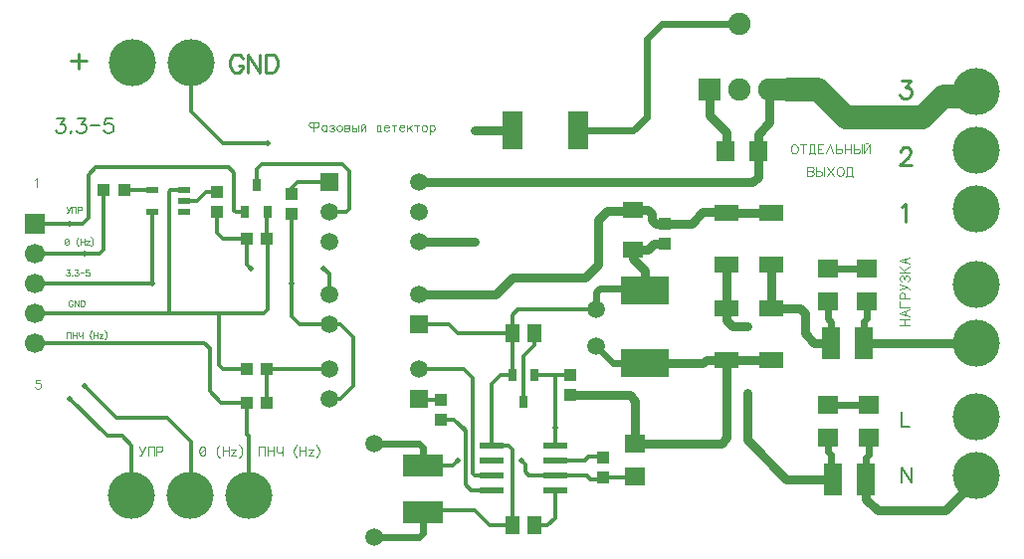
<source format=gbr>
G04 DipTrace 2.4.0.2*
%INTop.gbr*%
%MOIN*%
%ADD12C,0.003*%
%ADD14C,0.0315*%
%ADD15C,0.0236*%
%ADD16C,0.0787*%
%ADD17C,0.0748*%
%ADD18C,0.0118*%
%ADD19R,0.1614X0.0925*%
%ADD20R,0.0512X0.0591*%
%ADD21R,0.1339X0.0748*%
%ADD22R,0.0748X0.0748*%
%ADD23C,0.0748*%
%ADD24R,0.0827X0.0551*%
%ADD25R,0.0709X0.0551*%
%ADD26C,0.1575*%
%ADD27R,0.0669X0.0669*%
%ADD28C,0.0669*%
%ADD29C,0.0591*%
%ADD31R,0.0256X0.0413*%
%ADD32R,0.063X0.1063*%
%ADD33R,0.0394X0.0433*%
%ADD34R,0.0433X0.0394*%
%ADD35R,0.063X0.0709*%
%ADD36R,0.0709X0.126*%
%ADD37R,0.0709X0.063*%
%ADD38R,0.0787X0.0236*%
%ADD39R,0.0433X0.0236*%
%ADD40R,0.0591X0.0591*%
%ADD41C,0.0591*%
%ADD42C,0.0197*%
%ADD87C,0.0093*%
%ADD88C,0.0077*%
%ADD89C,0.0046*%
%FSLAX44Y44*%
G04*
G70*
G90*
G75*
G01*
%LNTop*%
%LPD*%
X23687Y10000D2*
D14*
Y8545D1*
X27250Y2812D2*
X25688D1*
X24375Y4125D1*
Y5687D1*
Y7938D2*
X23875D1*
X23687Y8125D1*
Y8545D1*
X27065Y4187D2*
D15*
Y3749D1*
X27190Y3624D1*
Y2873D1*
X27250Y2812D1*
X25188Y8545D2*
D14*
Y10000D1*
Y8545D2*
X26143D1*
X26312Y8375D1*
Y7688D1*
X26625Y7375D1*
X27188D1*
X27065Y8750D2*
D15*
Y8187D1*
X27188Y8064D1*
Y7375D1*
X20562Y11839D2*
D14*
X21036D1*
X21188Y11688D1*
Y11500D1*
X21313Y11375D1*
X21625D1*
X22500D1*
X22875Y11750D1*
X23670D1*
X23687Y11732D1*
X25188D1*
X13375Y9000D2*
X15938D1*
X16500Y9563D1*
X18938D1*
X19375Y10000D1*
Y11500D1*
X19687Y11813D1*
X20536D1*
X20562Y11839D1*
X28352Y2812D2*
Y2148D1*
X28750Y1750D1*
X31000D1*
X32062Y2812D1*
Y2937D1*
X18706Y14500D2*
D15*
X20564D1*
X21001Y14938D1*
Y17563D1*
X21502Y18063D1*
X24127D1*
X28352Y2812D2*
Y3537D1*
X28440Y3624D1*
Y4187D1*
X28290Y7375D2*
D14*
X32062D1*
X28290D2*
D15*
Y8100D1*
X28377Y8187D1*
Y8750D1*
X6625Y11750D2*
D18*
Y11063D1*
X6813Y10875D1*
X7625D1*
X10375Y9000D2*
Y9687D1*
X10188Y9875D1*
X7750D2*
X7625Y10000D1*
Y10875D1*
X8294D2*
Y11734D1*
X8311Y11750D1*
X500Y8375D2*
X5000D1*
X6687D1*
Y6625D1*
X6813Y6500D1*
X7625D1*
X6687Y8375D2*
X8187D1*
X8312Y8500D1*
Y10857D1*
X8294Y10875D1*
X5500Y12498D2*
X5061D1*
X5000Y12437D1*
Y8375D1*
X5750Y16750D2*
Y15125D1*
X6813Y14062D1*
X8312D1*
Y11752D2*
X8311Y11750D1*
X500Y10375D2*
X2189D1*
X2687D1*
X2812Y10500D1*
Y12482D1*
X2831Y12500D1*
X2189Y5936D2*
X3250Y4875D1*
X4938D1*
X5750Y4063D1*
Y2281D1*
X5719Y2250D1*
X3500Y12500D2*
X4435D1*
X4437Y12498D1*
X5500Y12124D2*
X5937D1*
X6250Y12438D1*
X6607D1*
X6625Y12419D1*
X500Y9375D2*
X4437D1*
Y11750D1*
X9125Y11706D2*
Y9375D1*
Y8250D1*
X9375Y8000D1*
X10375D1*
Y5500D2*
X10750D1*
X11187Y5937D1*
Y7563D1*
X10750Y8000D1*
X10375D1*
X25125Y15875D2*
D14*
Y14750D1*
X24750Y14375D1*
Y13812D1*
X13375Y12750D2*
X24562D1*
X24750Y12938D1*
Y13812D1*
X25125Y15875D2*
D17*
X25750D1*
D16*
X26750D1*
X27688Y14938D1*
X30250D1*
X30938Y15625D1*
X31875D1*
X32063Y15812D1*
X23125Y15875D2*
D14*
Y15000D1*
X23687Y14438D1*
Y13773D1*
X23648Y13812D1*
X13375Y10750D2*
X15250D1*
Y14500D2*
X16501D1*
X9125Y12375D2*
D18*
Y12562D1*
X9313Y12750D1*
X10375D1*
X7937Y12656D2*
Y13187D1*
X8125Y13375D1*
X10812D1*
X11062Y13125D1*
Y11875D1*
X10938Y11750D1*
X10375D1*
X500Y11375D2*
X1696D1*
X2125D1*
X2313Y11562D1*
Y13000D1*
X2562Y13250D1*
X7000D1*
X7188Y13063D1*
Y11812D1*
X7250Y11750D1*
X7563D1*
X1696Y5491D2*
X2937Y4250D1*
X3438D1*
X3750Y3938D1*
Y2250D1*
X14125Y4813D2*
X14563D1*
X14938Y4438D1*
Y2625D1*
X15125Y2437D1*
X15812D1*
X17250Y6312D2*
X17938D1*
X18420D1*
X18438Y6294D1*
X17938Y3937D2*
Y4525D1*
Y6312D1*
X14875Y4500D2*
X14938Y4438D1*
X17250Y1250D2*
X17688D1*
X17938Y1500D1*
Y2437D1*
Y2937D2*
X19000D1*
X19125Y2812D1*
X19500D1*
X19563Y2875D1*
X20603D1*
X20625Y2898D1*
X13500Y3250D2*
X14500D1*
X14688Y3437D1*
X15812D2*
D3*
X16812D2*
X16937Y3312D1*
Y3063D1*
X17063Y2937D1*
X17938D1*
X11875Y4000D2*
D15*
X13375D1*
X13500Y3875D1*
Y3250D1*
X17938Y3437D2*
D18*
X18937D1*
X19063Y3562D1*
X19545D1*
X19563Y3544D1*
X14125Y5482D2*
X13393D1*
X13375Y5500D1*
X8294Y5375D2*
Y6500D1*
X10375D1*
X500Y7375D2*
X6188D1*
X6375Y7188D1*
Y5750D1*
X6750Y5375D1*
X7625D1*
Y4312D1*
X7687Y4250D1*
Y2250D1*
X16876Y5407D2*
Y6939D1*
X17251Y7314D1*
Y7687D1*
X28440Y5289D2*
D15*
X27065D1*
X28377Y9852D2*
X27065D1*
X16502Y1250D2*
D18*
X15750D1*
X15250Y1750D1*
X13375D1*
X13500Y1625D1*
Y1715D1*
X15812Y3937D2*
X16375D1*
X16500Y3812D1*
Y1252D1*
X16502Y1250D1*
Y6312D2*
X16125D1*
X15812Y6000D1*
Y3937D1*
X16502Y6312D2*
Y7686D1*
X16503Y7687D1*
Y8314D1*
X16689Y8500D1*
X19314D1*
Y9125D1*
X19376Y9187D1*
X20898D1*
X20937Y9148D1*
X13375Y8000D2*
X14375D1*
X14688Y7687D1*
X16503D1*
X20562Y10500D2*
D14*
Y10188D1*
X20937Y9813D1*
Y9148D1*
X20562Y10500D2*
X21062D1*
X21250Y10688D1*
X21607D1*
X21625Y10706D1*
X11875Y875D2*
D15*
X13375D1*
X13500Y1000D1*
Y1715D1*
X20937Y9148D2*
X20876D1*
Y9187D1*
X19439D1*
X19314Y9062D1*
Y8500D1*
X13375Y6500D2*
D18*
X14875D1*
X15188Y6187D1*
Y3000D1*
X15250Y2937D1*
X15812D1*
X18438Y5625D2*
D14*
X20438D1*
X20625Y5437D1*
Y4000D1*
X23500D1*
X23687Y4188D1*
Y6812D1*
X25188D1*
X20937Y6687D2*
X22875D1*
X23000Y6812D1*
X23687D1*
X20937Y6687D2*
D15*
X19876D1*
X19314Y7250D1*
D42*
X24375Y5687D3*
Y7938D3*
X10188Y9875D3*
X7750D3*
X8312Y14062D3*
Y11752D3*
X2189Y5936D3*
Y10375D3*
X9125Y9375D3*
X4437D3*
D3*
X15250Y10750D3*
Y14500D3*
X1696Y5491D3*
Y11375D3*
X14875Y4500D3*
X17938Y4525D3*
X14688Y3437D3*
X15812D3*
D3*
X16812D3*
D19*
X20937Y6687D3*
Y9148D3*
D20*
X17250Y1250D3*
X16502D3*
D21*
X13500Y3250D3*
Y1715D3*
D20*
X17251Y7687D3*
X16503D3*
D22*
X23125Y15875D3*
D23*
X24125D3*
X25125D3*
D24*
X23687Y6812D3*
Y8545D3*
X25188Y6812D3*
Y8545D3*
X23687Y10000D3*
Y11732D3*
X25188Y10000D3*
Y11732D3*
D25*
X20562Y10500D3*
Y11839D3*
D26*
X32062Y2937D3*
Y4906D3*
X32063Y11875D3*
Y13844D3*
Y15812D3*
X32062Y7375D3*
Y9344D3*
X3750Y2250D3*
X5719D3*
X7687D3*
D27*
X500Y11375D3*
D28*
Y10375D3*
Y9375D3*
Y8375D3*
Y7375D3*
D26*
X5750Y16750D3*
X3781D3*
D17*
X24127Y18063D3*
D29*
X11875Y4000D3*
Y875D3*
X19314Y8500D3*
Y7250D3*
D31*
X7563Y11750D3*
X8311D3*
X7937Y12656D3*
D32*
X27188Y7375D3*
X28290D3*
X27250Y2812D3*
X28352D3*
D33*
X21625Y11375D3*
Y10706D3*
D34*
X7625Y10875D3*
X8294D3*
D33*
X6625Y11750D3*
Y12419D3*
D34*
X3500Y12500D3*
X2831D3*
D35*
X24750Y13812D3*
X23648D3*
D36*
X16501Y14500D3*
X18706D3*
D33*
X9125Y12375D3*
Y11706D3*
X18438Y5625D3*
Y6294D3*
X19563Y2875D3*
Y3544D3*
D37*
X20625Y4000D3*
Y2898D3*
D33*
X14125Y4813D3*
Y5482D3*
D34*
X7625Y6500D3*
X8294D3*
X7625Y5375D3*
X8294D3*
D37*
X28440Y4187D3*
Y5289D3*
X27065Y4187D3*
Y5289D3*
X28377Y8750D3*
Y9852D3*
X27065Y8750D3*
Y9852D3*
D38*
X15812Y3937D3*
Y3437D3*
Y2937D3*
Y2437D3*
X17938D3*
Y2937D3*
Y3437D3*
Y3937D3*
D39*
X5500Y11750D3*
Y12124D3*
Y12498D3*
X4437D3*
Y11750D3*
D31*
X17250Y6312D3*
X16502D3*
X16876Y5407D3*
D40*
X10375Y12750D3*
D41*
Y11750D3*
Y10750D3*
X13375D3*
Y11750D3*
Y12750D3*
D40*
Y8000D3*
D29*
Y9000D3*
X10375D3*
Y8000D3*
D40*
X13375Y5500D3*
D29*
Y6500D3*
X10375D3*
Y5500D3*
X7477Y16903D2*
D87*
X7448Y16960D1*
X7391Y17018D1*
X7333Y17046D1*
X7219D1*
X7161Y17018D1*
X7104Y16960D1*
X7075Y16903D1*
X7046Y16817D1*
Y16673D1*
X7075Y16588D1*
X7104Y16530D1*
X7161Y16473D1*
X7219Y16444D1*
X7333D1*
X7391Y16473D1*
X7448Y16530D1*
X7477Y16588D1*
Y16673D1*
X7333D1*
X8064Y17046D2*
Y16444D1*
X7662Y17046D1*
Y16444D1*
X8249Y17046D2*
Y16444D1*
X8450D1*
X8536Y16473D1*
X8594Y16530D1*
X8623Y16588D1*
X8651Y16673D1*
Y16817D1*
X8623Y16903D1*
X8594Y16960D1*
X8536Y17018D1*
X8450Y17046D1*
X8249D1*
X1977Y17080D2*
Y16564D1*
X1719Y16822D2*
X2236D1*
X1259Y14907D2*
D88*
X1522D1*
X1379Y14716D1*
X1451D1*
X1498Y14692D1*
X1522Y14668D1*
X1546Y14596D1*
Y14549D1*
X1522Y14477D1*
X1474Y14429D1*
X1403Y14405D1*
X1331D1*
X1259Y14429D1*
X1236Y14453D1*
X1211Y14501D1*
X1724Y14453D2*
X1701Y14429D1*
X1724Y14405D1*
X1749Y14429D1*
X1724Y14453D1*
X1951Y14907D2*
X2214D1*
X2071Y14716D1*
X2143D1*
X2190Y14692D1*
X2214Y14668D1*
X2238Y14596D1*
Y14549D1*
X2214Y14477D1*
X2166Y14429D1*
X2094Y14405D1*
X2023D1*
X1951Y14429D1*
X1928Y14453D1*
X1903Y14501D1*
X2393Y14656D2*
X2669D1*
X3110Y14907D2*
X2871D1*
X2848Y14692D1*
X2871Y14716D1*
X2943Y14740D1*
X3015D1*
X3086Y14716D1*
X3134Y14668D1*
X3158Y14596D1*
Y14549D1*
X3134Y14477D1*
X3086Y14429D1*
X3015Y14405D1*
X2943D1*
X2871Y14429D1*
X2848Y14453D1*
X2823Y14501D1*
X8023Y3898D2*
D89*
Y3597D1*
X8224Y3898D2*
Y3597D1*
X8023Y3898D2*
X8224D1*
X8317D2*
Y3597D1*
X8518Y3898D2*
Y3597D1*
X8317Y3755D2*
X8518D1*
X8610Y3769D2*
X8629Y3726D1*
X8647Y3711D1*
X8684Y3697D1*
X8739D1*
X8775Y3711D1*
X8793Y3726D1*
X8811Y3769D1*
Y3898D2*
Y3597D1*
X8610Y3898D2*
Y3769D1*
X9296Y3977D2*
X9267Y3948D1*
X9239Y3905D1*
X9210Y3848D1*
X9196Y3776D1*
Y3719D1*
X9210Y3647D1*
X9239Y3590D1*
X9267Y3546D1*
X9296Y3518D1*
X9389Y3898D2*
Y3597D1*
X9590Y3898D2*
Y3597D1*
X9389Y3755D2*
X9590D1*
X9682Y3798D2*
X9840D1*
X9682Y3597D1*
X9840D1*
X9933Y3977D2*
X9962Y3948D1*
X9990Y3905D1*
X10019Y3848D1*
X10033Y3776D1*
Y3719D1*
X10019Y3647D1*
X9990Y3590D1*
X9962Y3546D1*
X9933Y3518D1*
X6109Y3898D2*
X6066Y3884D1*
X6037Y3841D1*
X6023Y3769D1*
Y3726D1*
X6037Y3654D1*
X6066Y3611D1*
X6109Y3597D1*
X6138D1*
X6181Y3611D1*
X6210Y3654D1*
X6224Y3726D1*
Y3769D1*
X6210Y3841D1*
X6181Y3884D1*
X6138Y3898D1*
X6109D1*
X6210Y3841D2*
X6037Y3654D1*
X6709Y3977D2*
X6680Y3948D1*
X6651Y3905D1*
X6623Y3848D1*
X6608Y3776D1*
Y3719D1*
X6623Y3647D1*
X6651Y3590D1*
X6680Y3546D1*
X6709Y3518D1*
X6801Y3898D2*
Y3597D1*
X7002Y3898D2*
Y3597D1*
X6801Y3755D2*
X7002D1*
X7095Y3798D2*
X7253D1*
X7095Y3597D1*
X7253D1*
X7346Y3977D2*
X7374Y3948D1*
X7403Y3905D1*
X7432Y3848D1*
X7446Y3776D1*
Y3719D1*
X7432Y3647D1*
X7403Y3590D1*
X7374Y3546D1*
X7346Y3518D1*
X4023Y3899D2*
X4107Y3667D1*
X4124Y3698D2*
X4095Y3641D1*
X4066Y3612D1*
X4038Y3597D1*
X4023D1*
X4210Y3899D2*
X4124Y3698D1*
X4302Y3898D2*
Y3597D1*
X4503Y3898D2*
Y3597D1*
X4302Y3898D2*
X4503D1*
X4596Y3740D2*
X4725D1*
X4768Y3755D1*
X4783Y3769D1*
X4797Y3798D1*
Y3841D1*
X4783Y3869D1*
X4768Y3884D1*
X4725Y3898D1*
X4596D1*
Y3597D1*
X523Y12841D2*
X552Y12855D1*
X595Y12898D1*
Y12597D1*
X695Y6148D2*
X552D1*
X538Y6019D1*
X552Y6033D1*
X595Y6048D1*
X638D1*
X681Y6033D1*
X710Y6005D1*
X724Y5962D1*
Y5933D1*
X710Y5890D1*
X681Y5861D1*
X638Y5847D1*
X595D1*
X552Y5861D1*
X538Y5876D1*
X523Y5904D1*
X9862Y14615D2*
X9957D1*
X9999Y14630D1*
X10014Y14644D1*
X10028Y14673D1*
Y14716D1*
X10014Y14744D1*
X9999Y14759D1*
X9957Y14773D1*
X9912D1*
X9862D2*
Y14472D1*
X9912Y14773D2*
X9862Y14761D1*
Y14615D2*
X9768D1*
X9725Y14630D1*
X9710Y14644D1*
X9696Y14673D1*
Y14716D1*
X9710Y14744D1*
X9725Y14759D1*
X9768Y14773D1*
X9812D1*
X9862Y14761D1*
X10293Y14673D2*
Y14472D1*
Y14630D2*
X10264Y14659D1*
X10236Y14673D1*
X10193D1*
X10164Y14659D1*
X10135Y14630D1*
X10121Y14587D1*
Y14558D1*
X10135Y14515D1*
X10164Y14486D1*
X10193Y14472D1*
X10236D1*
X10264Y14486D1*
X10293Y14515D1*
X10386Y14644D2*
X10407Y14663D1*
X10439Y14673D1*
X10482D1*
X10515Y14663D1*
X10536Y14644D1*
Y14625D1*
X10525Y14606D1*
X10515Y14596D1*
X10493Y14587D1*
X10492D2*
X10439Y14578D1*
X10493Y14568D2*
X10515Y14558D1*
X10526Y14548D1*
X10536Y14529D1*
Y14501D1*
X10515Y14481D1*
X10482Y14472D1*
X10440D1*
X10407Y14481D1*
X10386Y14501D1*
X10439Y14578D2*
X10493Y14568D1*
X10693Y14673D2*
X10672Y14663D1*
X10650Y14644D1*
X10639Y14625D1*
X10629Y14596D1*
Y14548D1*
X10639Y14520D1*
X10650Y14501D1*
X10672Y14481D1*
X10693Y14472D1*
X10736D1*
X10758Y14481D1*
X10779Y14501D1*
X10790Y14520D1*
X10801Y14548D1*
Y14596D1*
X10790Y14625D1*
X10779Y14644D1*
X10758Y14663D1*
X10736Y14673D1*
X10693D1*
X10893D2*
Y14472D1*
X10990D1*
X11023Y14481D1*
X11033Y14491D1*
X11044Y14510D1*
Y14539D1*
X11033Y14558D1*
X11023Y14568D1*
X10990Y14577D1*
X11023Y14587D1*
X11033Y14596D1*
X11044Y14615D1*
Y14635D1*
X11033Y14654D1*
X11023Y14663D1*
X10990Y14673D1*
X10893D1*
Y14577D2*
X10990D1*
X11136D2*
X11233D1*
X11265Y14568D1*
X11276Y14558D1*
X11287Y14539D1*
Y14510D1*
X11276Y14491D1*
X11265Y14481D1*
X11233Y14472D1*
X11136D1*
Y14673D1*
X11342Y14472D2*
Y14673D1*
X11532Y14694D2*
X11487D1*
X11435Y14673D2*
Y14472D1*
X11586Y14673D2*
Y14472D1*
Y14673D2*
X11435Y14472D1*
X11992Y14673D2*
Y14472D1*
X12098Y14673D2*
Y14472D1*
X11992Y14673D2*
X12098D1*
X11970Y14472D2*
X12120D1*
X11970D2*
Y14452D1*
X12120Y14472D2*
Y14452D1*
X12213Y14587D2*
X12385D1*
Y14615D1*
X12371Y14644D1*
X12357Y14659D1*
X12328Y14673D1*
X12285D1*
X12256Y14659D1*
X12227Y14630D1*
X12213Y14587D1*
Y14558D1*
X12227Y14515D1*
X12256Y14486D1*
X12285Y14472D1*
X12328D1*
X12357Y14486D1*
X12385Y14515D1*
X12553Y14673D2*
Y14472D1*
X12478Y14673D2*
X12628D1*
X12721Y14587D2*
X12893D1*
Y14615D1*
X12879Y14644D1*
X12865Y14659D1*
X12836Y14673D1*
X12793D1*
X12764Y14659D1*
X12735Y14630D1*
X12721Y14587D1*
Y14558D1*
X12735Y14515D1*
X12764Y14486D1*
X12793Y14472D1*
X12836D1*
X12865Y14486D1*
X12893Y14515D1*
X12986Y14673D2*
Y14472D1*
X13136Y14673D2*
X12986Y14539D1*
X13039Y14587D2*
X13136Y14472D1*
X13304Y14673D2*
Y14472D1*
X13229Y14673D2*
X13379D1*
X13537D2*
X13515Y14663D1*
X13494Y14644D1*
X13483Y14625D1*
X13472Y14596D1*
Y14548D1*
X13483Y14520D1*
X13494Y14501D1*
X13515Y14481D1*
X13537Y14472D1*
X13579D1*
X13601Y14481D1*
X13623Y14501D1*
X13633Y14520D1*
X13644Y14548D1*
Y14596D1*
X13633Y14625D1*
X13623Y14644D1*
X13601Y14663D1*
X13579Y14673D1*
X13537D1*
X13736D2*
Y14371D1*
Y14630D2*
X13765Y14658D1*
X13794Y14673D1*
X13837D1*
X13865Y14658D1*
X13894Y14630D1*
X13909Y14587D1*
Y14558D1*
X13894Y14515D1*
X13865Y14486D1*
X13837Y14472D1*
X13794D1*
X13765Y14486D1*
X13736Y14515D1*
X29539Y5080D2*
D88*
Y4578D1*
X29825D1*
X29874Y3205D2*
Y2703D1*
X29539Y3205D1*
Y2703D1*
X29497Y7962D2*
D89*
X29799D1*
X29497Y8163D2*
X29799D1*
X29641Y7962D2*
Y8163D1*
X29799Y8485D2*
X29497Y8370D1*
X29799Y8255D1*
X29698Y8299D2*
Y8442D1*
X29497Y8765D2*
Y8578D1*
X29799D1*
X29655Y8857D2*
Y8987D1*
X29641Y9029D1*
X29626Y9044D1*
X29598Y9058D1*
X29554D1*
X29526Y9044D1*
X29511Y9029D1*
X29497Y8987D1*
Y8857D1*
X29799D1*
X29496Y9151D2*
X29728Y9234D1*
X29697Y9251D2*
X29754Y9223D1*
X29783Y9194D1*
X29799Y9165D1*
Y9151D1*
X29496Y9338D2*
X29697Y9251D1*
X29540Y9430D2*
X29511Y9459D1*
X29497Y9502D1*
Y9559D1*
X29511Y9602D1*
X29540Y9631D1*
X29569D1*
X29598Y9617D1*
X29612Y9602D1*
X29626Y9574D1*
Y9573D2*
X29639Y9502D1*
X29655Y9574D2*
X29669Y9603D1*
X29684Y9617D1*
X29712Y9631D1*
X29755D1*
X29784Y9603D1*
X29799Y9559D1*
Y9502D1*
X29784Y9459D1*
X29755Y9430D1*
X29639Y9502D2*
X29655Y9574D1*
X29497Y9724D2*
X29799D1*
X29497Y9925D2*
X29698Y9724D1*
X29626Y9795D2*
X29799Y9925D1*
Y10247D2*
X29497Y10132D1*
X29799Y10017D1*
X29698Y10060D2*
Y10204D1*
X25922Y14023D2*
X25893Y14009D1*
X25865Y13980D1*
X25850Y13952D1*
X25836Y13909D1*
Y13837D1*
X25850Y13794D1*
X25865Y13765D1*
X25893Y13736D1*
X25922Y13722D1*
X25979D1*
X26008Y13736D1*
X26037Y13765D1*
X26051Y13794D1*
X26065Y13837D1*
Y13909D1*
X26051Y13952D1*
X26037Y13980D1*
X26008Y14009D1*
X25979Y14023D1*
X25922D1*
X26258D2*
Y13722D1*
X26158Y14023D2*
X26359D1*
X26481D2*
Y13722D1*
X26622Y14023D2*
Y13722D1*
X26481Y14023D2*
X26622D1*
X26451Y13722D2*
X26652D1*
X26451D2*
Y13692D1*
X26652Y13722D2*
Y13692D1*
X26931Y14023D2*
X26745D1*
Y13722D1*
X26931D1*
X26745Y13880D2*
X26860D1*
X27254Y13722D2*
X27139Y14023D1*
X27024Y13722D1*
X27346Y13880D2*
X27476D1*
X27519Y13865D1*
X27533Y13851D1*
X27547Y13822D1*
Y13779D1*
X27533Y13751D1*
X27519Y13736D1*
X27476Y13722D1*
X27346D1*
Y14023D1*
X27640D2*
Y13722D1*
X27841Y14023D2*
Y13722D1*
X27640Y13880D2*
X27841D1*
X27934D2*
X28063D1*
X28106Y13865D1*
X28120Y13851D1*
X28135Y13822D1*
Y13779D1*
X28120Y13751D1*
X28106Y13736D1*
X28063Y13722D1*
X27934D1*
Y14023D1*
X28202Y13722D2*
Y14023D1*
X28424Y14055D2*
X28364D1*
X28295Y14023D2*
Y13722D1*
X28496Y14023D2*
Y13722D1*
Y14023D2*
X28295Y13722D1*
X26398Y13273D2*
Y12972D1*
X26527D1*
X26571Y12986D1*
X26585Y13001D1*
X26599Y13029D1*
Y13072D1*
X26585Y13101D1*
X26571Y13115D1*
X26527Y13130D1*
X26571Y13144D1*
X26585Y13159D1*
X26599Y13187D1*
Y13216D1*
X26585Y13244D1*
X26571Y13259D1*
X26527Y13273D1*
X26398D1*
Y13130D2*
X26527D1*
X26692D2*
X26821D1*
X26864Y13115D1*
X26878Y13101D1*
X26893Y13072D1*
Y13029D1*
X26878Y13001D1*
X26864Y12986D1*
X26821Y12972D1*
X26692D1*
Y13273D1*
X26960Y12972D2*
Y13273D1*
X27283Y12972D2*
X27053Y13273D1*
X27283D2*
X27053Y12972D1*
X27462Y13273D2*
X27433Y13259D1*
X27404Y13230D1*
X27390Y13202D1*
X27375Y13159D1*
Y13087D1*
X27390Y13044D1*
X27404Y13015D1*
X27433Y12986D1*
X27462Y12972D1*
X27519D1*
X27548Y12986D1*
X27576Y13015D1*
X27591Y13044D1*
X27605Y13087D1*
Y13159D1*
X27591Y13202D1*
X27576Y13230D1*
X27548Y13259D1*
X27519Y13273D1*
X27462D1*
X27727D2*
Y12972D1*
X27869Y13273D2*
Y12972D1*
X27727Y13273D2*
X27869D1*
X27698Y12972D2*
X27899D1*
X27698D2*
Y12942D1*
X27899Y12972D2*
Y12942D1*
X29542Y16171D2*
D87*
X29857D1*
X29685Y15941D1*
X29771D1*
X29828Y15913D1*
X29857Y15884D1*
X29886Y15798D1*
Y15741D1*
X29857Y15655D1*
X29800Y15597D1*
X29713Y15569D1*
X29627D1*
X29542Y15597D1*
X29513Y15626D1*
X29484Y15683D1*
X29513Y13778D2*
Y13806D1*
X29542Y13864D1*
X29570Y13892D1*
X29628Y13921D1*
X29742D1*
X29800Y13892D1*
X29828Y13864D1*
X29857Y13806D1*
Y13749D1*
X29828Y13691D1*
X29771Y13606D1*
X29484Y13319D1*
X29886D1*
X29546Y11931D2*
X29604Y11960D1*
X29690Y12046D1*
Y11444D1*
X1577Y11933D2*
D12*
X1633Y11778D1*
X1644Y11799D2*
X1625Y11761D1*
X1606Y11741D1*
X1587Y11731D1*
X1577D1*
X1702Y11933D2*
X1644Y11799D1*
X1764Y11932D2*
Y11731D1*
X1898Y11932D2*
Y11731D1*
X1764Y11932D2*
X1898D1*
X1959Y11827D2*
X2046D1*
X2074Y11836D1*
X2084Y11846D1*
X2093Y11865D1*
Y11894D1*
X2084Y11913D1*
X2074Y11923D1*
X2046Y11932D1*
X1959D1*
Y11731D1*
X1572Y10870D2*
X1544Y10861D1*
X1524Y10832D1*
X1515Y10784D1*
Y10755D1*
X1524Y10708D1*
X1544Y10679D1*
X1572Y10669D1*
X1591D1*
X1620Y10679D1*
X1639Y10708D1*
X1649Y10755D1*
Y10784D1*
X1639Y10832D1*
X1620Y10861D1*
X1591Y10870D1*
X1572D1*
X1639Y10832D2*
X1524Y10708D1*
X1972Y10923D2*
X1953Y10904D1*
X1934Y10875D1*
X1915Y10837D1*
X1905Y10789D1*
Y10751D1*
X1915Y10703D1*
X1934Y10665D1*
X1953Y10636D1*
X1972Y10617D1*
X2034Y10870D2*
Y10669D1*
X2168Y10870D2*
Y10669D1*
X2034Y10775D2*
X2168D1*
X2230Y10803D2*
X2335D1*
X2230Y10669D1*
X2335D1*
X2397Y10923D2*
X2416Y10904D1*
X2435Y10875D1*
X2454Y10837D1*
X2464Y10789D1*
Y10751D1*
X2454Y10703D1*
X2435Y10665D1*
X2416Y10636D1*
X2397Y10617D1*
X1583Y9821D2*
X1688D1*
X1630Y9745D1*
X1659D1*
X1678Y9735D1*
X1688Y9726D1*
X1697Y9697D1*
Y9678D1*
X1688Y9649D1*
X1669Y9630D1*
X1640Y9620D1*
X1611D1*
X1583Y9630D1*
X1573Y9640D1*
X1563Y9659D1*
X1769Y9640D2*
X1759Y9630D1*
X1769Y9620D1*
X1778Y9630D1*
X1769Y9640D1*
X1859Y9821D2*
X1964D1*
X1907Y9745D1*
X1936D1*
X1955Y9735D1*
X1964Y9726D1*
X1974Y9697D1*
Y9678D1*
X1964Y9649D1*
X1945Y9630D1*
X1917Y9620D1*
X1888D1*
X1859Y9630D1*
X1850Y9640D1*
X1840Y9659D1*
X2036Y9721D2*
X2146D1*
X2323Y9821D2*
X2227D1*
X2218Y9735D1*
X2227Y9745D1*
X2256Y9754D1*
X2285D1*
X2313Y9745D1*
X2333Y9726D1*
X2342Y9697D1*
Y9678D1*
X2333Y9649D1*
X2313Y9630D1*
X2285Y9620D1*
X2256D1*
X2227Y9630D1*
X2218Y9640D1*
X2208Y9659D1*
X1783Y8759D2*
X1774Y8778D1*
X1755Y8797D1*
X1736Y8806D1*
X1697D1*
X1678Y8797D1*
X1659Y8778D1*
X1649Y8759D1*
X1640Y8730D1*
Y8682D1*
X1649Y8653D1*
X1659Y8634D1*
X1678Y8615D1*
X1697Y8605D1*
X1736D1*
X1755Y8615D1*
X1774Y8634D1*
X1783Y8653D1*
Y8682D1*
X1736D1*
X1979Y8806D2*
Y8605D1*
X1845Y8806D1*
Y8605D1*
X2041Y8806D2*
Y8605D1*
X2108D1*
X2137Y8615D1*
X2156Y8634D1*
X2165Y8653D1*
X2175Y8682D1*
Y8730D1*
X2165Y8759D1*
X2156Y8778D1*
X2137Y8797D1*
X2108Y8806D1*
X2041D1*
X1577Y7745D2*
Y7544D1*
X1711Y7745D2*
Y7544D1*
X1577Y7745D2*
X1711D1*
X1773D2*
Y7544D1*
X1907Y7745D2*
Y7544D1*
X1773Y7649D2*
X1907D1*
X1969Y7659D2*
X1981Y7630D1*
X1993Y7620D1*
X2018Y7611D1*
X2054D1*
X2078Y7620D1*
X2091Y7630D1*
X2103Y7659D1*
Y7745D2*
Y7544D1*
X1969Y7745D2*
Y7659D1*
X2426Y7797D2*
X2407Y7778D1*
X2388Y7750D1*
X2368Y7711D1*
X2359Y7663D1*
Y7625D1*
X2368Y7577D1*
X2388Y7539D1*
X2407Y7511D1*
X2426Y7491D1*
X2488Y7745D2*
Y7544D1*
X2622Y7745D2*
Y7544D1*
X2488Y7649D2*
X2622D1*
X2683Y7678D2*
X2789D1*
X2683Y7544D1*
X2789D1*
X2850Y7797D2*
X2870Y7778D1*
X2889Y7750D1*
X2908Y7711D1*
X2917Y7663D1*
Y7625D1*
X2908Y7577D1*
X2889Y7539D1*
X2870Y7511D1*
X2850Y7491D1*
M02*

</source>
